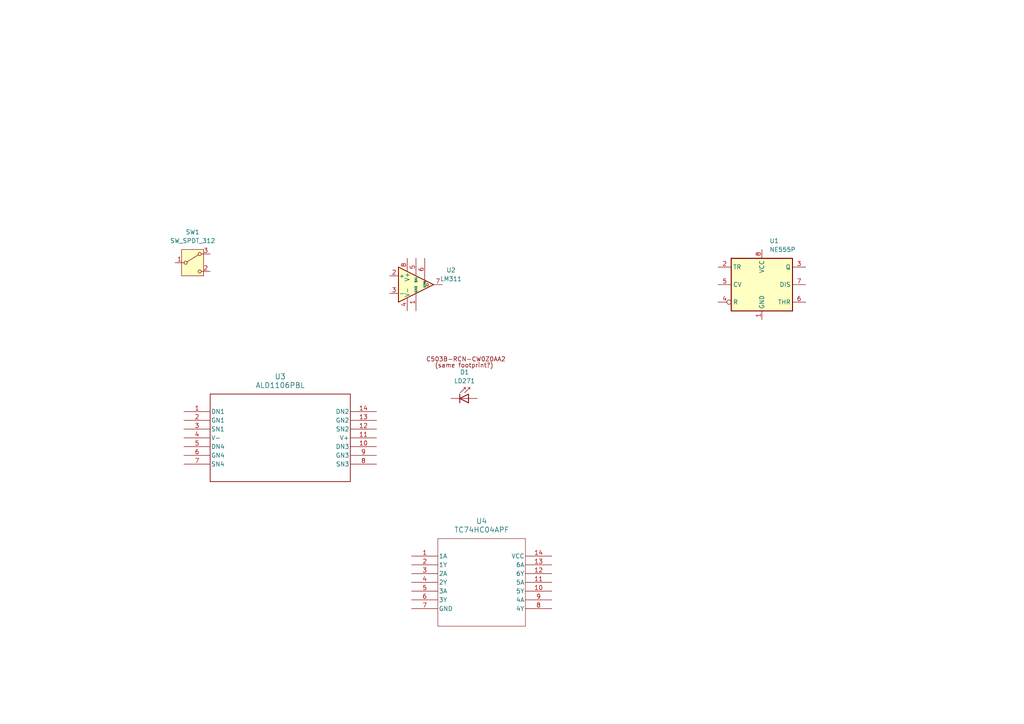
<source format=kicad_sch>
(kicad_sch (version 20231120) (generator "eeschema") (generator_version "8.0")
  (paper "A4")
  (lib_symbols
    (symbol "2024-03-30_19-05-56:ALD1106PBL" (pin_names (offset 0.254))
      (property "Reference" "U" (at 27.94 10.16 0))
      (property "Value" "ALD1106PBL" (at 27.94 7.62 0))
      (symbol "ALD1106PBL_0_1"
        (polyline (pts (xy 7.62 -20.32) (xy 48.26 -20.32)) (stroke (width 0.2032)))
        (polyline (pts (xy 7.62 5.08) (xy 7.62 -20.32)) (stroke (width 0.2032)))
        (polyline (pts (xy 48.26 -20.32) (xy 48.26 5.08)) (stroke (width 0.2032)))
        (polyline (pts (xy 48.26 5.08) (xy 7.62 5.08)) (stroke (width 0.2032)))
        (pin unspecified line (at 0 0 0) (length 7.62) (name "DN1") (number "1"))
        (pin unspecified line (at 55.88 -10.16 180) (length 7.62) (name "DN3") (number "10"))
        (pin power_in line (at 55.88 -7.62 180) (length 7.62) (name "V+") (number "11"))
        (pin unspecified line (at 55.88 -5.08 180) (length 7.62) (name "SN2") (number "12"))
        (pin unspecified line (at 55.88 -2.54 180) (length 7.62) (name "GN2") (number "13"))
        (pin unspecified line (at 55.88 0 180) (length 7.62) (name "DN2") (number "14"))
        (pin unspecified line (at 0 -2.54 0) (length 7.62) (name "GN1") (number "2"))
        (pin unspecified line (at 0 -5.08 0) (length 7.62) (name "SN1") (number "3"))
        (pin power_in line (at 0 -7.62 0) (length 7.62) (name "V-") (number "4"))
        (pin unspecified line (at 0 -10.16 0) (length 7.62) (name "DN4") (number "5"))
        (pin unspecified line (at 0 -12.7 0) (length 7.62) (name "GN4") (number "6"))
        (pin unspecified line (at 0 -15.24 0) (length 7.62) (name "SN4") (number "7"))
        (pin unspecified line (at 55.88 -15.24 180) (length 7.62) (name "SN3") (number "8"))
        (pin unspecified line (at 55.88 -12.7 180) (length 7.62) (name "GN3") (number "9"))
      )
    )
    (symbol "Comparator:LM311" (pin_names (offset 0.127))
      (property "Reference" "U" (at 3.81 6.35 0))
      (property "Value" "LM311" (at 3.81 3.81 0))
      (symbol "LM311_0_1"
        (polyline (pts (xy 5.08 0) (xy -5.08 5.08) (xy -5.08 -5.08) (xy 5.08 0)) (stroke (width 0.254)) (fill (type background)))
        (polyline (pts (xy 3.683 -0.381) (xy 3.302 -0.381) (xy 3.683 0) (xy 3.302 0.381) (xy 2.921 0) (xy 3.302 -0.381) (xy 2.921 -0.381)) (stroke (width 0.127)))
      )
      (symbol "LM311_1_1"
        (pin passive line (at 0 -7.62 90) (length 5.08) (name "GND") (number "1"))
        (pin input line (at -7.62 2.54 0) (length 2.54) (name "+") (number "2"))
        (pin input line (at -7.62 -2.54 0) (length 2.54) (name "-") (number "3"))
        (pin power_in line (at -2.54 -7.62 90) (length 3.81) (name "V-") (number "4"))
        (pin input line (at 0 7.62 270) (length 5.08) (name "BAL") (number "5"))
        (pin input line (at 2.54 7.62 270) (length 6.35) (name "STRB") (number "6"))
        (pin open_collector line (at 7.62 0 180) (length 2.54) (name "~") (number "7"))
        (pin power_in line (at -2.54 7.62 270) (length 3.81) (name "V+") (number "8"))
      )
    )
    (symbol "LED:LD271" (pin_numbers hide) (pin_names (offset 1.016) hide)
      (property "Reference" "D1" (at -1.143 7.62 0))
      (property "Value" "LD271" (at -1.143 5.08 0))
      (symbol "LD271_0_1"
        (polyline (pts (xy -2.54 1.27) (xy -2.54 -1.27)) (stroke (width 0.254)))
        (polyline (pts (xy 0 0) (xy -2.54 0)))
        (polyline (pts (xy 0.381 3.175) (xy -0.127 3.175)))
        (polyline (pts (xy -1.143 1.651) (xy 0.381 3.175) (xy 0.381 2.667)))
        (polyline (pts (xy 0 -1.27) (xy -2.54 0) (xy 0 1.27) (xy 0 -1.27)) (stroke (width 0.254)))
        (polyline (pts (xy -2.413 1.651) (xy -0.889 3.175) (xy -0.889 2.667) (xy -0.889 3.175) (xy -1.397 3.175)))
      )
      (symbol "LD271_1_1"
        (text "(same footprint?)" (at -1.27 9.652 0) (effects (font (size 1.27 1.27))))
        (text "C503B-RCN-CW0Z0AA2" (at -0.762 11.43 0) (effects (font (size 1.27 1.27))))
        (pin passive line (at -5.08 0 0) (length 2.54) (name "K") (number "1"))
        (pin passive line (at 2.54 0 180) (length 2.54) (name "A") (number "2"))
      )
    )
    (symbol "Switch:SW_SPDT_312" (pin_names (offset 1) hide)
      (property "Reference" "SW" (at 0 5.08 0))
      (property "Value" "SW_SPDT_312" (at 0 -5.08 0))
      (symbol "SW_SPDT_312_0_1"
        (circle (center -2.032 0) (radius 0.4572))
        (polyline (pts (xy -1.651 0.254) (xy 1.651 2.286)))
        (circle (center 2.032 -2.54) (radius 0.4572))
        (circle (center 2.032 2.54) (radius 0.4572))
      )
      (symbol "SW_SPDT_312_1_1"
        (rectangle (start -3.175 3.81) (end 3.175 -3.81) (fill (type background)))
        (pin passive line (at -5.08 0 0) (length 2.54) (name "B") (number "1"))
        (pin passive line (at 5.08 -2.54 180) (length 2.54) (name "C") (number "2"))
        (pin passive line (at 5.08 2.54 180) (length 2.54) (name "A") (number "3"))
      )
    )
    (symbol "TC74HC04APF:TC74HC04APF" (pin_names (offset 0.254))
      (property "Reference" "U" (at 20.32 10.16 0))
      (property "Value" "TC74HC04APF" (at 20.32 7.62 0))
      (symbol "TC74HC04APF_0_1"
        (polyline (pts (xy 7.62 -20.32) (xy 33.02 -20.32)) (stroke (width 0.127)))
        (polyline (pts (xy 7.62 5.08) (xy 7.62 -20.32)) (stroke (width 0.127)))
        (polyline (pts (xy 33.02 -20.32) (xy 33.02 5.08)) (stroke (width 0.127)))
        (polyline (pts (xy 33.02 5.08) (xy 7.62 5.08)) (stroke (width 0.127)))
        (pin unspecified line (at 0 0 0) (length 7.62) (name "1A") (number "1"))
        (pin unspecified line (at 40.64 -10.16 180) (length 7.62) (name "5Y") (number "10"))
        (pin unspecified line (at 40.64 -7.62 180) (length 7.62) (name "5A") (number "11"))
        (pin unspecified line (at 40.64 -5.08 180) (length 7.62) (name "6Y") (number "12"))
        (pin unspecified line (at 40.64 -2.54 180) (length 7.62) (name "6A") (number "13"))
        (pin power_in line (at 40.64 0 180) (length 7.62) (name "VCC") (number "14"))
        (pin unspecified line (at 0 -2.54 0) (length 7.62) (name "1Y") (number "2"))
        (pin unspecified line (at 0 -5.08 0) (length 7.62) (name "2A") (number "3"))
        (pin unspecified line (at 0 -7.62 0) (length 7.62) (name "2Y") (number "4"))
        (pin unspecified line (at 0 -10.16 0) (length 7.62) (name "3A") (number "5"))
        (pin unspecified line (at 0 -12.7 0) (length 7.62) (name "3Y") (number "6"))
        (pin power_out line (at 0 -15.24 0) (length 7.62) (name "GND") (number "7"))
        (pin unspecified line (at 40.64 -15.24 180) (length 7.62) (name "4Y") (number "8"))
        (pin unspecified line (at 40.64 -12.7 180) (length 7.62) (name "4A") (number "9"))
      )
    )
    (symbol "Timer:NE555P"
      (property "Reference" "U" (at -10.16 8.89 0))
      (property "Value" "NE555P" (at 2.54 8.89 0))
      (symbol "NE555P_0_0"
        (pin power_in line (at 0 -10.16 90) (length 2.54) (name "GND") (number "1"))
        (pin power_in line (at 0 10.16 270) (length 2.54) (name "VCC") (number "8"))
      )
      (symbol "NE555P_0_1"
        (rectangle (start -8.89 -7.62) (end 8.89 7.62) (stroke (width 0.254)) (fill (type background)))
        (rectangle (start -8.89 -7.62) (end 8.89 7.62) (stroke (width 0.254)) (fill (type background)))
      )
      (symbol "NE555P_1_1"
        (pin input line (at -12.7 5.08 0) (length 3.81) (name "TR") (number "2"))
        (pin output line (at 12.7 5.08 180) (length 3.81) (name "Q") (number "3"))
        (pin input inverted (at -12.7 -5.08 0) (length 3.81) (name "R") (number "4"))
        (pin input line (at -12.7 0 0) (length 3.81) (name "CV") (number "5"))
        (pin input line (at 12.7 -5.08 180) (length 3.81) (name "THR") (number "6"))
        (pin input line (at 12.7 0 180) (length 3.81) (name "DIS") (number "7"))
      )
    )
  )
  (symbol (lib_id "Switch:SW_SPDT_312") (at 55.88 76.2 0) (unit 1)
    (property "Reference" "SW1" (at 55.88 67.31 0))
    (property "Value" "SW_SPDT_312" (at 55.88 69.85 0))
    (property "Description" "Switch, single pole double throw" (effects (hide yes)))
  )
  (symbol (lib_id "LED:LD271") (at 135.89 115.57 0) (unit 1)
    (property "Reference" "D1" (at 134.747 107.95 0))
    (property "Value" "LD271" (at 134.747 110.49 0))
    (property "Footprint" "LED_THT:LED_D5.0mm_IRGrey" (effects (hide yes)))
    (property "Datasheet" "http://www.alliedelec.com/m/d/40788c34903a719969df15f1fbea1056.pdf" (effects (hide yes)))
    (property "Description" "940nm IR-LED, 5mm" (effects (hide yes)))
  )
  (symbol (lib_id "Comparator:LM311") (at 120.65 82.55 0) (unit 1)
    (property "Reference" "U2" (at 130.81 78.359 0))
    (property "Value" "LM311" (at 130.81 80.899 0))
    (property "Datasheet" "https://www.st.com/resource/en/datasheet/lm311.pdf" (effects (hide yes)))
    (property "Description" "Voltage Comparator, DIP-8/SOIC-8" (effects (hide yes)))
  )
  (symbol (lib_id "Timer:NE555P") (at 220.98 82.55 0) (unit 1)
    (property "Reference" "U1" (at 223.1741 69.85 0) (effects (justify left)))
    (property "Value" "NE555P" (at 223.1741 72.39 0) (effects (justify left)))
    (property "Footprint" "Package_DIP:DIP-8_W7.62mm" (effects (hide yes)))
    (property "Datasheet" "http://www.ti.com/lit/ds/symlink/ne555.pdf" (effects (hide yes)))
    (property "Description" "Precision Timers, 555 compatible,  PDIP-8" (effects (hide yes)))
  )
  (symbol (lib_id "2024-03-30_19-05-56:ALD1106PBL") (at 53.34 119.38 0) (unit 1)
    (property "Reference" "U3" (at 81.28 109.22 0) (effects (font (size 1.524 1.524))))
    (property "Value" "ALD1106PBL" (at 81.28 111.76 0) (effects (font (size 1.524 1.524))))
    (property "Footprint" "14-PDIP_ALD" (effects (hide yes)))
    (property "Datasheet" "ALD1106PBL" (effects (hide yes)))
  )
  (symbol (lib_id "TC74HC04APF:TC74HC04APF") (at 119.38 161.29 0) (unit 1)
    (property "Reference" "U4" (at 139.7 151.13 0) (effects (font (size 1.524 1.524))))
    (property "Value" "TC74HC04APF" (at 139.7 153.67 0) (effects (font (size 1.524 1.524))))
    (property "Footprint" "DIP14_TOS" (effects (hide yes)))
    (property "Datasheet" "TC74HC04APF" (effects (hide yes)))
  )
)
</source>
